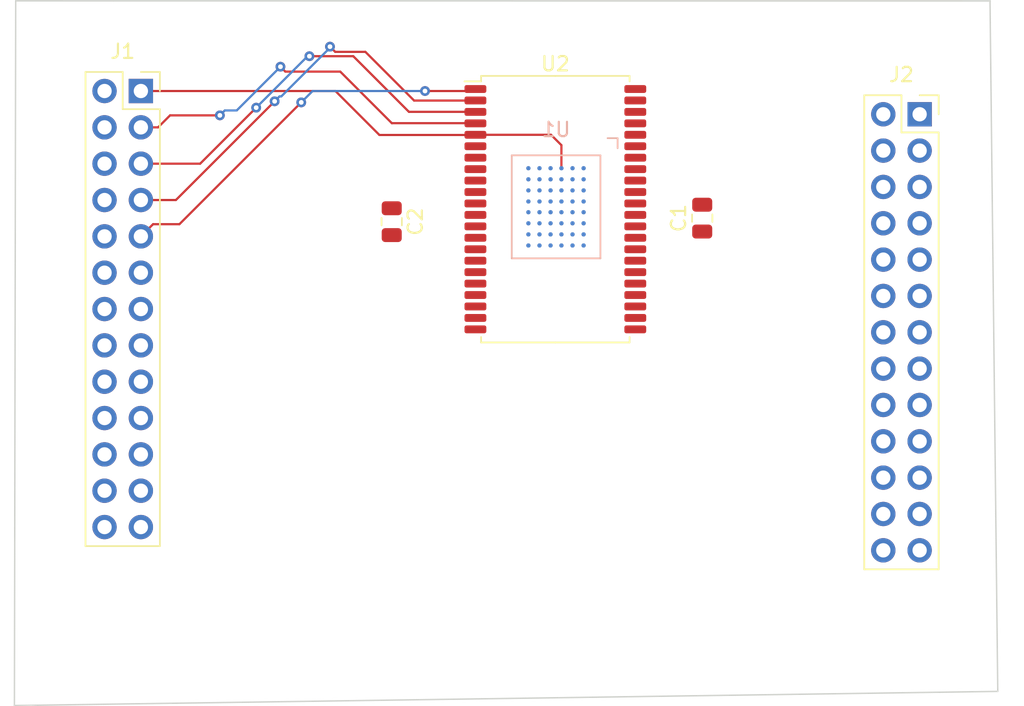
<source format=kicad_pcb>
(kicad_pcb (version 20171130) (host pcbnew 5.1.4+dfsg1-1)

  (general
    (thickness 1.6)
    (drawings 4)
    (tracks 48)
    (zones 0)
    (modules 6)
    (nets 52)
  )

  (page A4)
  (title_block
    (date "lun. 30 mars 2015")
  )

  (layers
    (0 F.Cu signal)
    (31 B.Cu signal)
    (35 F.Paste user)
    (36 B.SilkS user)
    (37 F.SilkS user)
    (38 B.Mask user)
    (39 F.Mask user)
    (40 Dwgs.User user)
    (44 Edge.Cuts user)
    (45 Margin user)
    (46 B.CrtYd user)
    (47 F.CrtYd user)
    (49 F.Fab user)
  )

  (setup
    (last_trace_width 0.1524)
    (trace_clearance 0.1524)
    (zone_clearance 0.508)
    (zone_45_only no)
    (trace_min 0.1524)
    (via_size 0.6858)
    (via_drill 0.3302)
    (via_min_size 0.508)
    (via_min_drill 0.254)
    (uvia_size 0.3)
    (uvia_drill 0.1)
    (uvias_allowed no)
    (uvia_min_size 0.2)
    (uvia_min_drill 0.1)
    (edge_width 0.15)
    (segment_width 0.15)
    (pcb_text_width 0.3)
    (pcb_text_size 1.5 1.5)
    (mod_edge_width 0.15)
    (mod_text_size 1 1)
    (mod_text_width 0.15)
    (pad_size 4.064 4.064)
    (pad_drill 3.048)
    (pad_to_mask_clearance 0.0508)
    (aux_axis_origin 110.998 126.365)
    (grid_origin 110.998 126.365)
    (visible_elements FFFFFF7F)
    (pcbplotparams
      (layerselection 0x010f0_ffffffff)
      (usegerberextensions false)
      (usegerberattributes false)
      (usegerberadvancedattributes false)
      (creategerberjobfile false)
      (excludeedgelayer true)
      (linewidth 0.100000)
      (plotframeref false)
      (viasonmask false)
      (mode 1)
      (useauxorigin false)
      (hpglpennumber 1)
      (hpglpenspeed 20)
      (hpglpendiameter 15.000000)
      (psnegative false)
      (psa4output false)
      (plotreference true)
      (plotvalue true)
      (plotinvisibletext false)
      (padsonsilk false)
      (subtractmaskfromsilk false)
      (outputformat 1)
      (mirror false)
      (drillshape 0)
      (scaleselection 1)
      (outputdirectory "../out/"))
  )

  (net 0 "")
  (net 1 +3V3)
  (net 2 GND)
  (net 3 3V3)
  (net 4 "Net-(J1-Pad26)")
  (net 5 "Net-(J1-Pad25)")
  (net 6 "Net-(J1-Pad24)")
  (net 7 A11)
  (net 8 A10)
  (net 9 A9)
  (net 10 A8)
  (net 11 A7)
  (net 12 A18)
  (net 13 A6)
  (net 14 A17)
  (net 15 A5)
  (net 16 A16)
  (net 17 A4)
  (net 18 A15)
  (net 19 A3)
  (net 20 A14)
  (net 21 A2)
  (net 22 A13)
  (net 23 A1)
  (net 24 A12)
  (net 25 A0)
  (net 26 CS0#)
  (net 27 IO6)
  (net 28 CS1#)
  (net 29 IO7)
  (net 30 CS2)
  (net 31 IO8)
  (net 32 OE#)
  (net 33 IO9)
  (net 34 WE#)
  (net 35 IO10)
  (net 36 UB#)
  (net 37 IO11)
  (net 38 LB#)
  (net 39 IO12)
  (net 40 IO0)
  (net 41 IO13)
  (net 42 IO1)
  (net 43 IO14)
  (net 44 IO2)
  (net 45 IO15)
  (net 46 IO3)
  (net 47 NC0)
  (net 48 IO4)
  (net 49 NC1)
  (net 50 IO5)
  (net 51 NC2)

  (net_class Default "This is the default net class."
    (clearance 0.1524)
    (trace_width 0.1524)
    (via_dia 0.6858)
    (via_drill 0.3302)
    (uvia_dia 0.3)
    (uvia_drill 0.1)
    (add_net +3V3)
    (add_net 3V3)
    (add_net A0)
    (add_net A1)
    (add_net A10)
    (add_net A11)
    (add_net A12)
    (add_net A13)
    (add_net A14)
    (add_net A15)
    (add_net A16)
    (add_net A17)
    (add_net A18)
    (add_net A2)
    (add_net A3)
    (add_net A4)
    (add_net A5)
    (add_net A6)
    (add_net A7)
    (add_net A8)
    (add_net A9)
    (add_net CS0#)
    (add_net CS1#)
    (add_net CS2)
    (add_net GND)
    (add_net IO0)
    (add_net IO1)
    (add_net IO10)
    (add_net IO11)
    (add_net IO12)
    (add_net IO13)
    (add_net IO14)
    (add_net IO15)
    (add_net IO2)
    (add_net IO3)
    (add_net IO4)
    (add_net IO5)
    (add_net IO6)
    (add_net IO7)
    (add_net IO8)
    (add_net IO9)
    (add_net LB#)
    (add_net NC0)
    (add_net NC1)
    (add_net NC2)
    (add_net "Net-(J1-Pad24)")
    (add_net "Net-(J1-Pad25)")
    (add_net "Net-(J1-Pad26)")
    (add_net OE#)
    (add_net UB#)
    (add_net WE#)
  )

  (module kifootp:BGA-48_6.0x8.0mm_Layout6x8_P0.75mm (layer B.Cu) (tedit 5D6A8302) (tstamp 5D6A8F77)
    (at 124.44222 69.5579 180)
    (descr "BGA-48 - pitch 0.8 mm")
    (tags BGA-48)
    (path /5D6ABEC0)
    (attr smd)
    (fp_text reference U1 (at 0 5.4) (layer B.SilkS)
      (effects (font (size 1 1) (thickness 0.15)) (justify mirror))
    )
    (fp_text value IS66WV51216EBLL-70BLI (at 0 -5.5) (layer B.Fab)
      (effects (font (size 1 1) (thickness 0.15)) (justify mirror))
    )
    (fp_line (start 5 -5.5) (end -5 -5.5) (layer B.CrtYd) (width 0.05))
    (fp_line (start 4 -5.5) (end 4 5.5) (layer B.CrtYd) (width 0.05))
    (fp_line (start -4 5.5) (end -4 -5.5) (layer B.CrtYd) (width 0.05))
    (fp_line (start -5 5.5) (end 5 5.5) (layer B.CrtYd) (width 0.05))
    (fp_line (start -3 -4.5) (end -3 4) (layer B.Fab) (width 0.1))
    (fp_line (start 4 -4.5) (end -4 -4.5) (layer B.Fab) (width 0.1))
    (fp_line (start 3 4.5) (end 3 -4.5) (layer B.Fab) (width 0.1))
    (fp_line (start -3.08 4.53) (end 4 4.5) (layer B.Fab) (width 0.1))
    (fp_line (start -4 4) (end -3.5 4.5) (layer B.Fab) (width 0.1))
    (fp_line (start 3.1 -3.6) (end -3.1 -3.6) (layer B.SilkS) (width 0.12))
    (fp_line (start 3.1 3.6) (end 3.1 -3.6) (layer B.SilkS) (width 0.12))
    (fp_line (start -3.1 3.6) (end 3.1 3.6) (layer B.SilkS) (width 0.12))
    (fp_line (start -3.1 -3.6) (end -3.1 3.6) (layer B.SilkS) (width 0.12))
    (fp_line (start -4.3 4.8) (end -3.6 4.8) (layer B.SilkS) (width 0.12))
    (fp_line (start -4.3 4.1) (end -4.3 4.8) (layer B.SilkS) (width 0.12))
    (fp_text user %R (at 0 0) (layer B.Fab)
      (effects (font (size 1 1) (thickness 0.15)) (justify mirror))
    )
    (pad B2 smd circle (at -1.15 1.925 180) (size 0.3 0.3) (layers B.Cu B.Paste B.Mask)
      (net 36 UB#))
    (pad B3 smd circle (at -0.375 1.925 180) (size 0.3 0.3) (layers B.Cu B.Paste B.Mask)
      (net 19 A3))
    (pad B4 smd circle (at 0.385 1.925 180) (size 0.3 0.3) (layers B.Cu B.Paste B.Mask)
      (net 17 A4))
    (pad B5 smd circle (at 1.16 1.925 180) (size 0.3 0.3) (layers B.Cu B.Paste B.Mask)
      (net 28 CS1#))
    (pad C5 smd circle (at 1.16 1.15 180) (size 0.3 0.3) (layers B.Cu B.Paste B.Mask)
      (net 42 IO1))
    (pad D5 smd circle (at 1.16 0.375 180) (size 0.3 0.3) (layers B.Cu B.Paste B.Mask)
      (net 46 IO3))
    (pad E5 smd circle (at 1.16 -0.375 180) (size 0.3 0.3) (layers B.Cu B.Paste B.Mask)
      (net 48 IO4))
    (pad F5 smd circle (at 1.16 -1.15 180) (size 0.3 0.3) (layers B.Cu B.Paste B.Mask)
      (net 50 IO5))
    (pad G5 smd circle (at 1.16 -1.925 180) (size 0.3 0.3) (layers B.Cu B.Paste B.Mask)
      (net 34 WE#))
    (pad G4 smd circle (at 0.385 -1.925 180) (size 0.3 0.3) (layers B.Cu B.Paste B.Mask)
      (net 22 A13))
    (pad F4 smd circle (at 0.385 -1.15 180) (size 0.3 0.3) (layers B.Cu B.Paste B.Mask)
      (net 18 A15))
    (pad F3 smd circle (at -0.375 -1.15 180) (size 0.3 0.3) (layers B.Cu B.Paste B.Mask)
      (net 20 A14))
    (pad G3 smd circle (at -0.375 -1.925 180) (size 0.3 0.3) (layers B.Cu B.Paste B.Mask)
      (net 24 A12))
    (pad G2 smd circle (at -1.15 -1.925 180) (size 0.3 0.3) (layers B.Cu B.Paste B.Mask)
      (net 47 NC0))
    (pad F2 smd circle (at -1.15 -1.15 180) (size 0.3 0.3) (layers B.Cu B.Paste B.Mask)
      (net 41 IO13))
    (pad E2 smd circle (at -1.15 -0.375 180) (size 0.3 0.3) (layers B.Cu B.Paste B.Mask)
      (net 39 IO12))
    (pad D2 smd circle (at -1.15 0.375 180) (size 0.3 0.3) (layers B.Cu B.Paste B.Mask)
      (net 37 IO11))
    (pad C2 smd circle (at -1.15 1.15 180) (size 0.3 0.3) (layers B.Cu B.Paste B.Mask)
      (net 35 IO10))
    (pad C3 smd circle (at -0.375 1.15 180) (size 0.3 0.3) (layers B.Cu B.Paste B.Mask)
      (net 15 A5))
    (pad C4 smd circle (at 0.385 1.15 180) (size 0.3 0.3) (layers B.Cu B.Paste B.Mask)
      (net 13 A6))
    (pad D4 smd circle (at 0.385 0.375 180) (size 0.3 0.3) (layers B.Cu B.Paste B.Mask)
      (net 11 A7))
    (pad E4 smd circle (at 0.385 -0.375 180) (size 0.3 0.3) (layers B.Cu B.Paste B.Mask)
      (net 16 A16))
    (pad E3 smd circle (at -0.375 -0.375 180) (size 0.3 0.3) (layers B.Cu B.Paste B.Mask)
      (net 49 NC1))
    (pad D3 smd circle (at -0.375 0.375 180) (size 0.3 0.3) (layers B.Cu B.Paste B.Mask)
      (net 14 A17))
    (pad B6 smd circle (at 1.935 1.925 180) (size 0.3 0.3) (layers B.Cu B.Paste B.Mask)
      (net 40 IO0))
    (pad C6 smd circle (at 1.935 1.15 180) (size 0.3 0.3) (layers B.Cu B.Paste B.Mask)
      (net 44 IO2))
    (pad D6 smd circle (at 1.935 0.375 180) (size 0.3 0.3) (layers B.Cu B.Paste B.Mask)
      (net 1 +3V3))
    (pad E6 smd circle (at 1.935 -0.375 180) (size 0.3 0.3) (layers B.Cu B.Paste B.Mask)
      (net 2 GND))
    (pad F6 smd circle (at 1.935 -1.15 180) (size 0.3 0.3) (layers B.Cu B.Paste B.Mask)
      (net 27 IO6))
    (pad G6 smd circle (at 1.935 -1.925 180) (size 0.3 0.3) (layers B.Cu B.Paste B.Mask)
      (net 29 IO7))
    (pad H6 smd circle (at 1.935 -2.7 180) (size 0.3 0.3) (layers B.Cu B.Paste B.Mask)
      (net 51 NC2))
    (pad H5 smd circle (at 1.16 -2.7 180) (size 0.3 0.3) (layers B.Cu B.Paste B.Mask)
      (net 7 A11))
    (pad H4 smd circle (at 0.385 -2.7 180) (size 0.3 0.3) (layers B.Cu B.Paste B.Mask)
      (net 8 A10))
    (pad H3 smd circle (at -0.375 -2.7 180) (size 0.3 0.3) (layers B.Cu B.Paste B.Mask)
      (net 9 A9))
    (pad H2 smd circle (at -1.15 -2.7 180) (size 0.3 0.3) (layers B.Cu B.Paste B.Mask)
      (net 10 A8))
    (pad H1 smd circle (at -1.925 -2.7 180) (size 0.3 0.3) (layers B.Cu B.Paste B.Mask)
      (net 12 A18))
    (pad G1 smd circle (at -1.925 -1.925 180) (size 0.3 0.3) (layers B.Cu B.Paste B.Mask)
      (net 45 IO15))
    (pad F1 smd circle (at -1.925 -1.15 180) (size 0.3 0.3) (layers B.Cu B.Paste B.Mask)
      (net 43 IO14))
    (pad E1 smd circle (at -1.925 -0.375 180) (size 0.3 0.3) (layers B.Cu B.Paste B.Mask)
      (net 3 3V3))
    (pad D1 smd circle (at -1.925 0.375 180) (size 0.3 0.3) (layers B.Cu B.Paste B.Mask)
      (net 2 GND))
    (pad C1 smd circle (at -1.925 1.15 180) (size 0.3 0.3) (layers B.Cu B.Paste B.Mask)
      (net 33 IO9))
    (pad B1 smd circle (at -1.925 1.925 180) (size 0.3 0.3) (layers B.Cu B.Paste B.Mask)
      (net 31 IO8))
    (pad A6 smd circle (at 1.935 2.7 180) (size 0.3 0.3) (layers B.Cu B.Paste B.Mask)
      (net 30 CS2))
    (pad A5 smd circle (at 1.16 2.7 180) (size 0.3 0.3) (layers B.Cu B.Paste B.Mask)
      (net 21 A2))
    (pad A4 smd circle (at 0.385 2.7 180) (size 0.3 0.3) (layers B.Cu B.Paste B.Mask)
      (net 23 A1))
    (pad A3 smd circle (at -0.375 2.7 180) (size 0.3 0.3) (layers B.Cu B.Paste B.Mask)
      (net 25 A0))
    (pad A2 smd circle (at -1.15 2.7 180) (size 0.3 0.3) (layers B.Cu B.Paste B.Mask)
      (net 32 OE#))
    (pad A1 smd circle (at -1.925 2.7 180) (size 0.3 0.3) (layers B.Cu B.Paste B.Mask)
      (net 38 LB#))
    (model ${KISYS3DMOD}/Package_BGA.3dshapes/BGA-48_8.0x9.0mm_Layout6x8_P0.8mm.wrl
      (at (xyz 0 0 0))
      (scale (xyz 1 1 1))
      (rotate (xyz 0 0 0))
    )
  )

  (module Capacitor_SMD:C_0805_2012Metric (layer F.Cu) (tedit 5B36C52B) (tstamp 5D6A8EC2)
    (at 134.6581 70.3453 90)
    (descr "Capacitor SMD 0805 (2012 Metric), square (rectangular) end terminal, IPC_7351 nominal, (Body size source: https://docs.google.com/spreadsheets/d/1BsfQQcO9C6DZCsRaXUlFlo91Tg2WpOkGARC1WS5S8t0/edit?usp=sharing), generated with kicad-footprint-generator")
    (tags capacitor)
    (path /5D6B318A)
    (attr smd)
    (fp_text reference C1 (at 0 -1.65 90) (layer F.SilkS)
      (effects (font (size 1 1) (thickness 0.15)))
    )
    (fp_text value C (at 0 1.65 90) (layer F.Fab)
      (effects (font (size 1 1) (thickness 0.15)))
    )
    (fp_line (start -1 0.6) (end -1 -0.6) (layer F.Fab) (width 0.1))
    (fp_line (start -1 -0.6) (end 1 -0.6) (layer F.Fab) (width 0.1))
    (fp_line (start 1 -0.6) (end 1 0.6) (layer F.Fab) (width 0.1))
    (fp_line (start 1 0.6) (end -1 0.6) (layer F.Fab) (width 0.1))
    (fp_line (start -0.258578 -0.71) (end 0.258578 -0.71) (layer F.SilkS) (width 0.12))
    (fp_line (start -0.258578 0.71) (end 0.258578 0.71) (layer F.SilkS) (width 0.12))
    (fp_line (start -1.68 0.95) (end -1.68 -0.95) (layer F.CrtYd) (width 0.05))
    (fp_line (start -1.68 -0.95) (end 1.68 -0.95) (layer F.CrtYd) (width 0.05))
    (fp_line (start 1.68 -0.95) (end 1.68 0.95) (layer F.CrtYd) (width 0.05))
    (fp_line (start 1.68 0.95) (end -1.68 0.95) (layer F.CrtYd) (width 0.05))
    (fp_text user %R (at 0 0 90) (layer F.Fab)
      (effects (font (size 0.5 0.5) (thickness 0.08)))
    )
    (pad 1 smd roundrect (at -0.9375 0 90) (size 0.975 1.4) (layers F.Cu F.Paste F.Mask) (roundrect_rratio 0.25)
      (net 1 +3V3))
    (pad 2 smd roundrect (at 0.9375 0 90) (size 0.975 1.4) (layers F.Cu F.Paste F.Mask) (roundrect_rratio 0.25)
      (net 2 GND))
    (model ${KISYS3DMOD}/Capacitor_SMD.3dshapes/C_0805_2012Metric.wrl
      (at (xyz 0 0 0))
      (scale (xyz 1 1 1))
      (rotate (xyz 0 0 0))
    )
  )

  (module Capacitor_SMD:C_0805_2012Metric (layer F.Cu) (tedit 5B36C52B) (tstamp 5D6A8ED3)
    (at 112.9538 70.59422 270)
    (descr "Capacitor SMD 0805 (2012 Metric), square (rectangular) end terminal, IPC_7351 nominal, (Body size source: https://docs.google.com/spreadsheets/d/1BsfQQcO9C6DZCsRaXUlFlo91Tg2WpOkGARC1WS5S8t0/edit?usp=sharing), generated with kicad-footprint-generator")
    (tags capacitor)
    (path /5D6B3B06)
    (attr smd)
    (fp_text reference C2 (at 0 -1.65 90) (layer F.SilkS)
      (effects (font (size 1 1) (thickness 0.15)))
    )
    (fp_text value C (at 0 1.65 90) (layer F.Fab)
      (effects (font (size 1 1) (thickness 0.15)))
    )
    (fp_text user %R (at 0 0 90) (layer F.Fab)
      (effects (font (size 0.5 0.5) (thickness 0.08)))
    )
    (fp_line (start 1.68 0.95) (end -1.68 0.95) (layer F.CrtYd) (width 0.05))
    (fp_line (start 1.68 -0.95) (end 1.68 0.95) (layer F.CrtYd) (width 0.05))
    (fp_line (start -1.68 -0.95) (end 1.68 -0.95) (layer F.CrtYd) (width 0.05))
    (fp_line (start -1.68 0.95) (end -1.68 -0.95) (layer F.CrtYd) (width 0.05))
    (fp_line (start -0.258578 0.71) (end 0.258578 0.71) (layer F.SilkS) (width 0.12))
    (fp_line (start -0.258578 -0.71) (end 0.258578 -0.71) (layer F.SilkS) (width 0.12))
    (fp_line (start 1 0.6) (end -1 0.6) (layer F.Fab) (width 0.1))
    (fp_line (start 1 -0.6) (end 1 0.6) (layer F.Fab) (width 0.1))
    (fp_line (start -1 -0.6) (end 1 -0.6) (layer F.Fab) (width 0.1))
    (fp_line (start -1 0.6) (end -1 -0.6) (layer F.Fab) (width 0.1))
    (pad 2 smd roundrect (at 0.9375 0 270) (size 0.975 1.4) (layers F.Cu F.Paste F.Mask) (roundrect_rratio 0.25)
      (net 2 GND))
    (pad 1 smd roundrect (at -0.9375 0 270) (size 0.975 1.4) (layers F.Cu F.Paste F.Mask) (roundrect_rratio 0.25)
      (net 3 3V3))
    (model ${KISYS3DMOD}/Capacitor_SMD.3dshapes/C_0805_2012Metric.wrl
      (at (xyz 0 0 0))
      (scale (xyz 1 1 1))
      (rotate (xyz 0 0 0))
    )
  )

  (module Connector_PinSocket_2.54mm:PinSocket_2x13_P2.54mm_Vertical (layer F.Cu) (tedit 5A19A430) (tstamp 5D6A8F03)
    (at 95.42018 61.46038)
    (descr "Through hole straight socket strip, 2x13, 2.54mm pitch, double cols (from Kicad 4.0.7), script generated")
    (tags "Through hole socket strip THT 2x13 2.54mm double row")
    (path /5D6EB6AA)
    (fp_text reference J1 (at -1.27 -2.77) (layer F.SilkS)
      (effects (font (size 1 1) (thickness 0.15)))
    )
    (fp_text value Conn_02x13_Odd_Even (at -1.27 33.25) (layer F.Fab)
      (effects (font (size 1 1) (thickness 0.15)))
    )
    (fp_text user %R (at -1.27 15.24 90) (layer F.Fab)
      (effects (font (size 1 1) (thickness 0.15)))
    )
    (fp_line (start -4.34 32.25) (end -4.34 -1.8) (layer F.CrtYd) (width 0.05))
    (fp_line (start 1.76 32.25) (end -4.34 32.25) (layer F.CrtYd) (width 0.05))
    (fp_line (start 1.76 -1.8) (end 1.76 32.25) (layer F.CrtYd) (width 0.05))
    (fp_line (start -4.34 -1.8) (end 1.76 -1.8) (layer F.CrtYd) (width 0.05))
    (fp_line (start 0 -1.33) (end 1.33 -1.33) (layer F.SilkS) (width 0.12))
    (fp_line (start 1.33 -1.33) (end 1.33 0) (layer F.SilkS) (width 0.12))
    (fp_line (start -1.27 -1.33) (end -1.27 1.27) (layer F.SilkS) (width 0.12))
    (fp_line (start -1.27 1.27) (end 1.33 1.27) (layer F.SilkS) (width 0.12))
    (fp_line (start 1.33 1.27) (end 1.33 31.81) (layer F.SilkS) (width 0.12))
    (fp_line (start -3.87 31.81) (end 1.33 31.81) (layer F.SilkS) (width 0.12))
    (fp_line (start -3.87 -1.33) (end -3.87 31.81) (layer F.SilkS) (width 0.12))
    (fp_line (start -3.87 -1.33) (end -1.27 -1.33) (layer F.SilkS) (width 0.12))
    (fp_line (start -3.81 31.75) (end -3.81 -1.27) (layer F.Fab) (width 0.1))
    (fp_line (start 1.27 31.75) (end -3.81 31.75) (layer F.Fab) (width 0.1))
    (fp_line (start 1.27 -0.27) (end 1.27 31.75) (layer F.Fab) (width 0.1))
    (fp_line (start 0.27 -1.27) (end 1.27 -0.27) (layer F.Fab) (width 0.1))
    (fp_line (start -3.81 -1.27) (end 0.27 -1.27) (layer F.Fab) (width 0.1))
    (pad 26 thru_hole oval (at -2.54 30.48) (size 1.7 1.7) (drill 1) (layers *.Cu *.Mask)
      (net 4 "Net-(J1-Pad26)"))
    (pad 25 thru_hole oval (at 0 30.48) (size 1.7 1.7) (drill 1) (layers *.Cu *.Mask)
      (net 5 "Net-(J1-Pad25)"))
    (pad 24 thru_hole oval (at -2.54 27.94) (size 1.7 1.7) (drill 1) (layers *.Cu *.Mask)
      (net 6 "Net-(J1-Pad24)"))
    (pad 23 thru_hole oval (at 0 27.94) (size 1.7 1.7) (drill 1) (layers *.Cu *.Mask)
      (net 7 A11))
    (pad 22 thru_hole oval (at -2.54 25.4) (size 1.7 1.7) (drill 1) (layers *.Cu *.Mask)
      (net 2 GND))
    (pad 21 thru_hole oval (at 0 25.4) (size 1.7 1.7) (drill 1) (layers *.Cu *.Mask)
      (net 8 A10))
    (pad 20 thru_hole oval (at -2.54 22.86) (size 1.7 1.7) (drill 1) (layers *.Cu *.Mask)
      (net 1 +3V3))
    (pad 19 thru_hole oval (at 0 22.86) (size 1.7 1.7) (drill 1) (layers *.Cu *.Mask)
      (net 9 A9))
    (pad 18 thru_hole oval (at -2.54 20.32) (size 1.7 1.7) (drill 1) (layers *.Cu *.Mask)
      (net 3 3V3))
    (pad 17 thru_hole oval (at 0 20.32) (size 1.7 1.7) (drill 1) (layers *.Cu *.Mask)
      (net 10 A8))
    (pad 16 thru_hole oval (at -2.54 17.78) (size 1.7 1.7) (drill 1) (layers *.Cu *.Mask)
      (net 2 GND))
    (pad 15 thru_hole oval (at 0 17.78) (size 1.7 1.7) (drill 1) (layers *.Cu *.Mask)
      (net 11 A7))
    (pad 14 thru_hole oval (at -2.54 15.24) (size 1.7 1.7) (drill 1) (layers *.Cu *.Mask)
      (net 12 A18))
    (pad 13 thru_hole oval (at 0 15.24) (size 1.7 1.7) (drill 1) (layers *.Cu *.Mask)
      (net 13 A6))
    (pad 12 thru_hole oval (at -2.54 12.7) (size 1.7 1.7) (drill 1) (layers *.Cu *.Mask)
      (net 14 A17))
    (pad 11 thru_hole oval (at 0 12.7) (size 1.7 1.7) (drill 1) (layers *.Cu *.Mask)
      (net 15 A5))
    (pad 10 thru_hole oval (at -2.54 10.16) (size 1.7 1.7) (drill 1) (layers *.Cu *.Mask)
      (net 16 A16))
    (pad 9 thru_hole oval (at 0 10.16) (size 1.7 1.7) (drill 1) (layers *.Cu *.Mask)
      (net 17 A4))
    (pad 8 thru_hole oval (at -2.54 7.62) (size 1.7 1.7) (drill 1) (layers *.Cu *.Mask)
      (net 18 A15))
    (pad 7 thru_hole oval (at 0 7.62) (size 1.7 1.7) (drill 1) (layers *.Cu *.Mask)
      (net 19 A3))
    (pad 6 thru_hole oval (at -2.54 5.08) (size 1.7 1.7) (drill 1) (layers *.Cu *.Mask)
      (net 20 A14))
    (pad 5 thru_hole oval (at 0 5.08) (size 1.7 1.7) (drill 1) (layers *.Cu *.Mask)
      (net 21 A2))
    (pad 4 thru_hole oval (at -2.54 2.54) (size 1.7 1.7) (drill 1) (layers *.Cu *.Mask)
      (net 22 A13))
    (pad 3 thru_hole oval (at 0 2.54) (size 1.7 1.7) (drill 1) (layers *.Cu *.Mask)
      (net 23 A1))
    (pad 2 thru_hole oval (at -2.54 0) (size 1.7 1.7) (drill 1) (layers *.Cu *.Mask)
      (net 24 A12))
    (pad 1 thru_hole rect (at 0 0) (size 1.7 1.7) (drill 1) (layers *.Cu *.Mask)
      (net 25 A0))
    (model ${KISYS3DMOD}/Connector_PinSocket_2.54mm.3dshapes/PinSocket_2x13_P2.54mm_Vertical.wrl
      (at (xyz 0 0 0))
      (scale (xyz 1 1 1))
      (rotate (xyz 0 0 0))
    )
  )

  (module Connector_PinSocket_2.54mm:PinSocket_2x13_P2.54mm_Vertical (layer F.Cu) (tedit 5A19A430) (tstamp 5D6A8F33)
    (at 149.85492 63.08598)
    (descr "Through hole straight socket strip, 2x13, 2.54mm pitch, double cols (from Kicad 4.0.7), script generated")
    (tags "Through hole socket strip THT 2x13 2.54mm double row")
    (path /5D6CE918)
    (fp_text reference J2 (at -1.27 -2.77) (layer F.SilkS)
      (effects (font (size 1 1) (thickness 0.15)))
    )
    (fp_text value Conn_02x13_Odd_Even (at -1.27 33.25) (layer F.Fab)
      (effects (font (size 1 1) (thickness 0.15)))
    )
    (fp_line (start -3.81 -1.27) (end 0.27 -1.27) (layer F.Fab) (width 0.1))
    (fp_line (start 0.27 -1.27) (end 1.27 -0.27) (layer F.Fab) (width 0.1))
    (fp_line (start 1.27 -0.27) (end 1.27 31.75) (layer F.Fab) (width 0.1))
    (fp_line (start 1.27 31.75) (end -3.81 31.75) (layer F.Fab) (width 0.1))
    (fp_line (start -3.81 31.75) (end -3.81 -1.27) (layer F.Fab) (width 0.1))
    (fp_line (start -3.87 -1.33) (end -1.27 -1.33) (layer F.SilkS) (width 0.12))
    (fp_line (start -3.87 -1.33) (end -3.87 31.81) (layer F.SilkS) (width 0.12))
    (fp_line (start -3.87 31.81) (end 1.33 31.81) (layer F.SilkS) (width 0.12))
    (fp_line (start 1.33 1.27) (end 1.33 31.81) (layer F.SilkS) (width 0.12))
    (fp_line (start -1.27 1.27) (end 1.33 1.27) (layer F.SilkS) (width 0.12))
    (fp_line (start -1.27 -1.33) (end -1.27 1.27) (layer F.SilkS) (width 0.12))
    (fp_line (start 1.33 -1.33) (end 1.33 0) (layer F.SilkS) (width 0.12))
    (fp_line (start 0 -1.33) (end 1.33 -1.33) (layer F.SilkS) (width 0.12))
    (fp_line (start -4.34 -1.8) (end 1.76 -1.8) (layer F.CrtYd) (width 0.05))
    (fp_line (start 1.76 -1.8) (end 1.76 32.25) (layer F.CrtYd) (width 0.05))
    (fp_line (start 1.76 32.25) (end -4.34 32.25) (layer F.CrtYd) (width 0.05))
    (fp_line (start -4.34 32.25) (end -4.34 -1.8) (layer F.CrtYd) (width 0.05))
    (fp_text user %R (at -1.27 15.24 90) (layer F.Fab)
      (effects (font (size 1 1) (thickness 0.15)))
    )
    (pad 1 thru_hole rect (at 0 0) (size 1.7 1.7) (drill 1) (layers *.Cu *.Mask)
      (net 26 CS0#))
    (pad 2 thru_hole oval (at -2.54 0) (size 1.7 1.7) (drill 1) (layers *.Cu *.Mask)
      (net 27 IO6))
    (pad 3 thru_hole oval (at 0 2.54) (size 1.7 1.7) (drill 1) (layers *.Cu *.Mask)
      (net 28 CS1#))
    (pad 4 thru_hole oval (at -2.54 2.54) (size 1.7 1.7) (drill 1) (layers *.Cu *.Mask)
      (net 29 IO7))
    (pad 5 thru_hole oval (at 0 5.08) (size 1.7 1.7) (drill 1) (layers *.Cu *.Mask)
      (net 30 CS2))
    (pad 6 thru_hole oval (at -2.54 5.08) (size 1.7 1.7) (drill 1) (layers *.Cu *.Mask)
      (net 31 IO8))
    (pad 7 thru_hole oval (at 0 7.62) (size 1.7 1.7) (drill 1) (layers *.Cu *.Mask)
      (net 32 OE#))
    (pad 8 thru_hole oval (at -2.54 7.62) (size 1.7 1.7) (drill 1) (layers *.Cu *.Mask)
      (net 33 IO9))
    (pad 9 thru_hole oval (at 0 10.16) (size 1.7 1.7) (drill 1) (layers *.Cu *.Mask)
      (net 34 WE#))
    (pad 10 thru_hole oval (at -2.54 10.16) (size 1.7 1.7) (drill 1) (layers *.Cu *.Mask)
      (net 35 IO10))
    (pad 11 thru_hole oval (at 0 12.7) (size 1.7 1.7) (drill 1) (layers *.Cu *.Mask)
      (net 36 UB#))
    (pad 12 thru_hole oval (at -2.54 12.7) (size 1.7 1.7) (drill 1) (layers *.Cu *.Mask)
      (net 37 IO11))
    (pad 13 thru_hole oval (at 0 15.24) (size 1.7 1.7) (drill 1) (layers *.Cu *.Mask)
      (net 38 LB#))
    (pad 14 thru_hole oval (at -2.54 15.24) (size 1.7 1.7) (drill 1) (layers *.Cu *.Mask)
      (net 39 IO12))
    (pad 15 thru_hole oval (at 0 17.78) (size 1.7 1.7) (drill 1) (layers *.Cu *.Mask)
      (net 40 IO0))
    (pad 16 thru_hole oval (at -2.54 17.78) (size 1.7 1.7) (drill 1) (layers *.Cu *.Mask)
      (net 41 IO13))
    (pad 17 thru_hole oval (at 0 20.32) (size 1.7 1.7) (drill 1) (layers *.Cu *.Mask)
      (net 42 IO1))
    (pad 18 thru_hole oval (at -2.54 20.32) (size 1.7 1.7) (drill 1) (layers *.Cu *.Mask)
      (net 43 IO14))
    (pad 19 thru_hole oval (at 0 22.86) (size 1.7 1.7) (drill 1) (layers *.Cu *.Mask)
      (net 44 IO2))
    (pad 20 thru_hole oval (at -2.54 22.86) (size 1.7 1.7) (drill 1) (layers *.Cu *.Mask)
      (net 45 IO15))
    (pad 21 thru_hole oval (at 0 25.4) (size 1.7 1.7) (drill 1) (layers *.Cu *.Mask)
      (net 46 IO3))
    (pad 22 thru_hole oval (at -2.54 25.4) (size 1.7 1.7) (drill 1) (layers *.Cu *.Mask)
      (net 47 NC0))
    (pad 23 thru_hole oval (at 0 27.94) (size 1.7 1.7) (drill 1) (layers *.Cu *.Mask)
      (net 48 IO4))
    (pad 24 thru_hole oval (at -2.54 27.94) (size 1.7 1.7) (drill 1) (layers *.Cu *.Mask)
      (net 49 NC1))
    (pad 25 thru_hole oval (at 0 30.48) (size 1.7 1.7) (drill 1) (layers *.Cu *.Mask)
      (net 50 IO5))
    (pad 26 thru_hole oval (at -2.54 30.48) (size 1.7 1.7) (drill 1) (layers *.Cu *.Mask)
      (net 51 NC2))
    (model ${KISYS3DMOD}/Connector_PinSocket_2.54mm.3dshapes/PinSocket_2x13_P2.54mm_Vertical.wrl
      (at (xyz 0 0 0))
      (scale (xyz 1 1 1))
      (rotate (xyz 0 0 0))
    )
  )

  (module Package_SO:TSOP-II-44_10.16x18.41mm_P0.8mm (layer F.Cu) (tedit 5B9EAF40) (tstamp 5D6A8FBB)
    (at 124.391901 69.721101)
    (descr "TSOP-II, 44 Pin (http://www.issi.com/WW/pdf/61-64C5128AL.pdf), generated with kicad-footprint-generator ipc_gullwing_generator.py")
    (tags "TSOP-II SO")
    (path /5D6AE48C)
    (attr smd)
    (fp_text reference U2 (at 0 -10.16) (layer F.SilkS)
      (effects (font (size 1 1) (thickness 0.15)))
    )
    (fp_text value IS66WV51216EBLL-70TLI (at 0 10.16) (layer F.Fab)
      (effects (font (size 1 1) (thickness 0.15)))
    )
    (fp_line (start 0 9.315) (end 0 9.315) (layer B.Fab) (width 0.12))
    (fp_line (start 0 9.315) (end 5.19 9.315) (layer F.SilkS) (width 0.12))
    (fp_line (start 5.19 9.315) (end 5.19 8.935) (layer F.SilkS) (width 0.12))
    (fp_line (start 0 9.315) (end -5.19 9.315) (layer F.SilkS) (width 0.12))
    (fp_line (start -5.19 9.315) (end -5.19 8.935) (layer F.SilkS) (width 0.12))
    (fp_line (start 0 -9.315) (end 5.19 -9.315) (layer F.SilkS) (width 0.12))
    (fp_line (start 5.19 -9.315) (end 5.19 -8.935) (layer F.SilkS) (width 0.12))
    (fp_line (start 0 -9.315) (end -5.19 -9.315) (layer F.SilkS) (width 0.12))
    (fp_line (start -5.19 -9.315) (end -5.19 -8.935) (layer F.SilkS) (width 0.12))
    (fp_line (start -5.19 -8.935) (end -6.35 -8.935) (layer F.SilkS) (width 0.12))
    (fp_line (start -4.08 -9.205) (end 5.08 -9.205) (layer F.Fab) (width 0.1))
    (fp_line (start 5.08 -9.205) (end 5.08 9.205) (layer F.Fab) (width 0.1))
    (fp_line (start 5.08 9.205) (end -5.08 9.205) (layer F.Fab) (width 0.1))
    (fp_line (start -5.08 9.205) (end -5.08 -8.205) (layer F.Fab) (width 0.1))
    (fp_line (start -5.08 -8.205) (end -4.08 -9.205) (layer F.Fab) (width 0.1))
    (fp_line (start -6.6 -9.46) (end -6.6 9.46) (layer F.CrtYd) (width 0.05))
    (fp_line (start -6.6 9.46) (end 6.6 9.46) (layer F.CrtYd) (width 0.05))
    (fp_line (start 6.6 9.46) (end 6.6 -9.46) (layer F.CrtYd) (width 0.05))
    (fp_line (start 6.6 -9.46) (end -6.6 -9.46) (layer F.CrtYd) (width 0.05))
    (fp_text user %R (at 0 0) (layer F.Fab)
      (effects (font (size 1 1) (thickness 0.15)))
    )
    (pad 1 smd roundrect (at -5.5875 -8.4) (size 1.525 0.55) (layers F.Cu F.Paste F.Mask) (roundrect_rratio 0.25)
      (net 17 A4))
    (pad 2 smd roundrect (at -5.5875 -7.6) (size 1.525 0.55) (layers F.Cu F.Paste F.Mask) (roundrect_rratio 0.25)
      (net 19 A3))
    (pad 3 smd roundrect (at -5.5875 -6.8) (size 1.525 0.55) (layers F.Cu F.Paste F.Mask) (roundrect_rratio 0.25)
      (net 21 A2))
    (pad 4 smd roundrect (at -5.5875 -6) (size 1.525 0.55) (layers F.Cu F.Paste F.Mask) (roundrect_rratio 0.25)
      (net 23 A1))
    (pad 5 smd roundrect (at -5.5875 -5.2) (size 1.525 0.55) (layers F.Cu F.Paste F.Mask) (roundrect_rratio 0.25)
      (net 25 A0))
    (pad 6 smd roundrect (at -5.5875 -4.4) (size 1.525 0.55) (layers F.Cu F.Paste F.Mask) (roundrect_rratio 0.25)
      (net 26 CS0#))
    (pad 7 smd roundrect (at -5.5875 -3.6) (size 1.525 0.55) (layers F.Cu F.Paste F.Mask) (roundrect_rratio 0.25)
      (net 40 IO0))
    (pad 8 smd roundrect (at -5.5875 -2.8) (size 1.525 0.55) (layers F.Cu F.Paste F.Mask) (roundrect_rratio 0.25)
      (net 42 IO1))
    (pad 9 smd roundrect (at -5.5875 -2) (size 1.525 0.55) (layers F.Cu F.Paste F.Mask) (roundrect_rratio 0.25)
      (net 44 IO2))
    (pad 10 smd roundrect (at -5.5875 -1.2) (size 1.525 0.55) (layers F.Cu F.Paste F.Mask) (roundrect_rratio 0.25)
      (net 46 IO3))
    (pad 11 smd roundrect (at -5.5875 -0.4) (size 1.525 0.55) (layers F.Cu F.Paste F.Mask) (roundrect_rratio 0.25)
      (net 3 3V3))
    (pad 12 smd roundrect (at -5.5875 0.4) (size 1.525 0.55) (layers F.Cu F.Paste F.Mask) (roundrect_rratio 0.25)
      (net 2 GND))
    (pad 13 smd roundrect (at -5.5875 1.2) (size 1.525 0.55) (layers F.Cu F.Paste F.Mask) (roundrect_rratio 0.25)
      (net 48 IO4))
    (pad 14 smd roundrect (at -5.5875 2) (size 1.525 0.55) (layers F.Cu F.Paste F.Mask) (roundrect_rratio 0.25)
      (net 50 IO5))
    (pad 15 smd roundrect (at -5.5875 2.8) (size 1.525 0.55) (layers F.Cu F.Paste F.Mask) (roundrect_rratio 0.25)
      (net 27 IO6))
    (pad 16 smd roundrect (at -5.5875 3.6) (size 1.525 0.55) (layers F.Cu F.Paste F.Mask) (roundrect_rratio 0.25)
      (net 29 IO7))
    (pad 17 smd roundrect (at -5.5875 4.4) (size 1.525 0.55) (layers F.Cu F.Paste F.Mask) (roundrect_rratio 0.25)
      (net 34 WE#))
    (pad 18 smd roundrect (at -5.5875 5.2) (size 1.525 0.55) (layers F.Cu F.Paste F.Mask) (roundrect_rratio 0.25)
      (net 16 A16))
    (pad 19 smd roundrect (at -5.5875 6) (size 1.525 0.55) (layers F.Cu F.Paste F.Mask) (roundrect_rratio 0.25)
      (net 18 A15))
    (pad 20 smd roundrect (at -5.5875 6.8) (size 1.525 0.55) (layers F.Cu F.Paste F.Mask) (roundrect_rratio 0.25)
      (net 20 A14))
    (pad 21 smd roundrect (at -5.5875 7.6) (size 1.525 0.55) (layers F.Cu F.Paste F.Mask) (roundrect_rratio 0.25)
      (net 22 A13))
    (pad 22 smd roundrect (at -5.5875 8.4) (size 1.525 0.55) (layers F.Cu F.Paste F.Mask) (roundrect_rratio 0.25)
      (net 24 A12))
    (pad 23 smd roundrect (at 5.5875 8.4) (size 1.525 0.55) (layers F.Cu F.Paste F.Mask) (roundrect_rratio 0.25)
      (net 14 A17))
    (pad 24 smd roundrect (at 5.5875 7.6) (size 1.525 0.55) (layers F.Cu F.Paste F.Mask) (roundrect_rratio 0.25)
      (net 7 A11))
    (pad 25 smd roundrect (at 5.5875 6.8) (size 1.525 0.55) (layers F.Cu F.Paste F.Mask) (roundrect_rratio 0.25)
      (net 8 A10))
    (pad 26 smd roundrect (at 5.5875 6) (size 1.525 0.55) (layers F.Cu F.Paste F.Mask) (roundrect_rratio 0.25)
      (net 9 A9))
    (pad 27 smd roundrect (at 5.5875 5.2) (size 1.525 0.55) (layers F.Cu F.Paste F.Mask) (roundrect_rratio 0.25)
      (net 10 A8))
    (pad 28 smd roundrect (at 5.5875 4.4) (size 1.525 0.55) (layers F.Cu F.Paste F.Mask) (roundrect_rratio 0.25)
      (net 12 A18))
    (pad 29 smd roundrect (at 5.5875 3.6) (size 1.525 0.55) (layers F.Cu F.Paste F.Mask) (roundrect_rratio 0.25)
      (net 31 IO8))
    (pad 30 smd roundrect (at 5.5875 2.8) (size 1.525 0.55) (layers F.Cu F.Paste F.Mask) (roundrect_rratio 0.25)
      (net 33 IO9))
    (pad 31 smd roundrect (at 5.5875 2) (size 1.525 0.55) (layers F.Cu F.Paste F.Mask) (roundrect_rratio 0.25)
      (net 35 IO10))
    (pad 32 smd roundrect (at 5.5875 1.2) (size 1.525 0.55) (layers F.Cu F.Paste F.Mask) (roundrect_rratio 0.25)
      (net 37 IO11))
    (pad 33 smd roundrect (at 5.5875 0.4) (size 1.525 0.55) (layers F.Cu F.Paste F.Mask) (roundrect_rratio 0.25)
      (net 1 +3V3))
    (pad 34 smd roundrect (at 5.5875 -0.4) (size 1.525 0.55) (layers F.Cu F.Paste F.Mask) (roundrect_rratio 0.25)
      (net 2 GND))
    (pad 35 smd roundrect (at 5.5875 -1.2) (size 1.525 0.55) (layers F.Cu F.Paste F.Mask) (roundrect_rratio 0.25)
      (net 39 IO12))
    (pad 36 smd roundrect (at 5.5875 -2) (size 1.525 0.55) (layers F.Cu F.Paste F.Mask) (roundrect_rratio 0.25)
      (net 41 IO13))
    (pad 37 smd roundrect (at 5.5875 -2.8) (size 1.525 0.55) (layers F.Cu F.Paste F.Mask) (roundrect_rratio 0.25)
      (net 43 IO14))
    (pad 38 smd roundrect (at 5.5875 -3.6) (size 1.525 0.55) (layers F.Cu F.Paste F.Mask) (roundrect_rratio 0.25)
      (net 45 IO15))
    (pad 39 smd roundrect (at 5.5875 -4.4) (size 1.525 0.55) (layers F.Cu F.Paste F.Mask) (roundrect_rratio 0.25)
      (net 38 LB#))
    (pad 40 smd roundrect (at 5.5875 -5.2) (size 1.525 0.55) (layers F.Cu F.Paste F.Mask) (roundrect_rratio 0.25)
      (net 36 UB#))
    (pad 41 smd roundrect (at 5.5875 -6) (size 1.525 0.55) (layers F.Cu F.Paste F.Mask) (roundrect_rratio 0.25)
      (net 32 OE#))
    (pad 42 smd roundrect (at 5.5875 -6.8) (size 1.525 0.55) (layers F.Cu F.Paste F.Mask) (roundrect_rratio 0.25)
      (net 11 A7))
    (pad 43 smd roundrect (at 5.5875 -7.6) (size 1.525 0.55) (layers F.Cu F.Paste F.Mask) (roundrect_rratio 0.25)
      (net 13 A6))
    (pad 44 smd roundrect (at 5.5875 -8.4) (size 1.525 0.55) (layers F.Cu F.Paste F.Mask) (roundrect_rratio 0.25)
      (net 15 A5))
    (model ${KISYS3DMOD}/Package_SO.3dshapes/TSOP-II-44_10.16x18.41mm_P0.8mm.wrl
      (at (xyz 0 0 0))
      (scale (xyz 1 1 1))
      (rotate (xyz 0 0 0))
    )
  )

  (gr_line (start 154.78506 55.16372) (end 86.68004 55.15864) (layer Edge.Cuts) (width 0.1))
  (gr_line (start 155.31592 103.42626) (end 154.7749 55.15356) (layer Edge.Cuts) (width 0.1))
  (gr_line (start 86.58098 104.41432) (end 155.31592 103.42626) (layer Edge.Cuts) (width 0.1))
  (gr_line (start 86.66988 55.14848) (end 86.58098 104.41432) (layer Edge.Cuts) (width 0.1))

  (segment (start 96.270179 70.770381) (end 98.114219 70.770381) (width 0.1524) (layer F.Cu) (net 17))
  (segment (start 95.42018 71.62038) (end 96.270179 70.770381) (width 0.1524) (layer F.Cu) (net 17))
  (via (at 106.6292 62.2554) (size 0.6858) (drill 0.3302) (layers F.Cu B.Cu) (net 17))
  (segment (start 98.114219 70.770381) (end 106.6292 62.2554) (width 0.1524) (layer F.Cu) (net 17))
  (via (at 115.28044 61.46038) (size 0.6858) (drill 0.3302) (layers F.Cu B.Cu) (net 17))
  (segment (start 106.6292 62.2554) (end 107.42422 61.46038) (width 0.1524) (layer B.Cu) (net 17))
  (segment (start 107.42422 61.46038) (end 115.28044 61.46038) (width 0.1524) (layer B.Cu) (net 17))
  (segment (start 115.28044 61.46038) (end 118.18366 61.46038) (width 0.1524) (layer F.Cu) (net 17))
  (segment (start 118.18366 61.46038) (end 118.35638 61.28766) (width 0.1524) (layer F.Cu) (net 17))
  (segment (start 97.868742 69.08038) (end 104.769922 62.1792) (width 0.1524) (layer F.Cu) (net 19))
  (segment (start 95.42018 69.08038) (end 97.868742 69.08038) (width 0.1524) (layer F.Cu) (net 19))
  (via (at 104.769922 62.1792) (size 0.6858) (drill 0.3302) (layers F.Cu B.Cu) (net 19))
  (segment (start 104.769922 62.1792) (end 105.112821 61.836301) (width 0.1524) (layer B.Cu) (net 19))
  (segment (start 105.237281 61.836301) (end 108.63834 58.435242) (width 0.1524) (layer B.Cu) (net 19))
  (segment (start 105.112821 61.836301) (end 105.237281 61.836301) (width 0.1524) (layer B.Cu) (net 19))
  (via (at 108.63834 58.35904) (size 0.6858) (drill 0.3302) (layers F.Cu B.Cu) (net 19))
  (segment (start 108.63834 58.435242) (end 108.63834 58.35904) (width 0.1524) (layer B.Cu) (net 19))
  (segment (start 109.00155 58.72225) (end 111.11229 58.72225) (width 0.1524) (layer F.Cu) (net 19))
  (segment (start 108.63834 58.35904) (end 109.00155 58.72225) (width 0.1524) (layer F.Cu) (net 19))
  (segment (start 111.11229 58.72225) (end 114.51844 62.1284) (width 0.1524) (layer F.Cu) (net 19))
  (segment (start 114.51844 62.1284) (end 118.5926 62.1284) (width 0.1524) (layer F.Cu) (net 19))
  (segment (start 95.42018 66.54038) (end 99.56292 66.54038) (width 0.1524) (layer F.Cu) (net 21))
  (via (at 103.4796 62.6237) (size 0.6858) (drill 0.3302) (layers F.Cu B.Cu) (net 21))
  (segment (start 99.56292 66.54038) (end 103.4796 62.6237) (width 0.1524) (layer F.Cu) (net 21))
  (segment (start 103.4796 62.6237) (end 107.07624 59.02706) (width 0.1524) (layer B.Cu) (net 21))
  (via (at 107.2007 59.02706) (size 0.6858) (drill 0.3302) (layers F.Cu B.Cu) (net 21))
  (segment (start 107.07624 59.02706) (end 107.2007 59.02706) (width 0.1524) (layer B.Cu) (net 21))
  (segment (start 107.2007 59.02706) (end 110.26648 59.02706) (width 0.1524) (layer F.Cu) (net 21))
  (segment (start 110.26648 59.02706) (end 114.15522 62.9158) (width 0.1524) (layer F.Cu) (net 21))
  (segment (start 114.15522 62.9158) (end 118.62816 62.9158) (width 0.1524) (layer F.Cu) (net 21))
  (segment (start 96.622261 64.00038) (end 97.460461 63.16218) (width 0.1524) (layer F.Cu) (net 23))
  (segment (start 95.42018 64.00038) (end 96.622261 64.00038) (width 0.1524) (layer F.Cu) (net 23))
  (via (at 100.94214 63.16218) (size 0.6858) (drill 0.3302) (layers F.Cu B.Cu) (net 23))
  (segment (start 97.460461 63.16218) (end 100.94214 63.16218) (width 0.1524) (layer F.Cu) (net 23))
  (segment (start 101.285039 62.819281) (end 102.118159 62.819281) (width 0.1524) (layer B.Cu) (net 23))
  (segment (start 100.94214 63.16218) (end 101.285039 62.819281) (width 0.1524) (layer B.Cu) (net 23))
  (via (at 105.17632 59.76112) (size 0.6858) (drill 0.3302) (layers F.Cu B.Cu) (net 23))
  (segment (start 102.118159 62.819281) (end 105.17632 59.76112) (width 0.1524) (layer B.Cu) (net 23))
  (segment (start 105.519219 60.104019) (end 109.357159 60.104019) (width 0.1524) (layer F.Cu) (net 23))
  (segment (start 105.17632 59.76112) (end 105.519219 60.104019) (width 0.1524) (layer F.Cu) (net 23))
  (segment (start 109.357159 60.104019) (end 112.96142 63.70828) (width 0.1524) (layer F.Cu) (net 23))
  (segment (start 112.96142 63.70828) (end 118.63324 63.70828) (width 0.1524) (layer F.Cu) (net 23))
  (segment (start 95.42018 61.46038) (end 109.01934 61.46038) (width 0.1524) (layer F.Cu) (net 25))
  (segment (start 109.01934 61.46038) (end 112.09274 64.53378) (width 0.1524) (layer F.Cu) (net 25))
  (segment (start 112.09274 64.53378) (end 118.85422 64.53378) (width 0.1524) (layer F.Cu) (net 25))
  (segment (start 118.804401 64.521101) (end 124.089181 64.521101) (width 0.1524) (layer F.Cu) (net 25))
  (segment (start 124.089181 64.521101) (end 124.8156 65.24752) (width 0.1524) (layer F.Cu) (net 25))
  (segment (start 124.8156 65.24752) (end 124.8156 66.88328) (width 0.1524) (layer F.Cu) (net 25))

)

</source>
